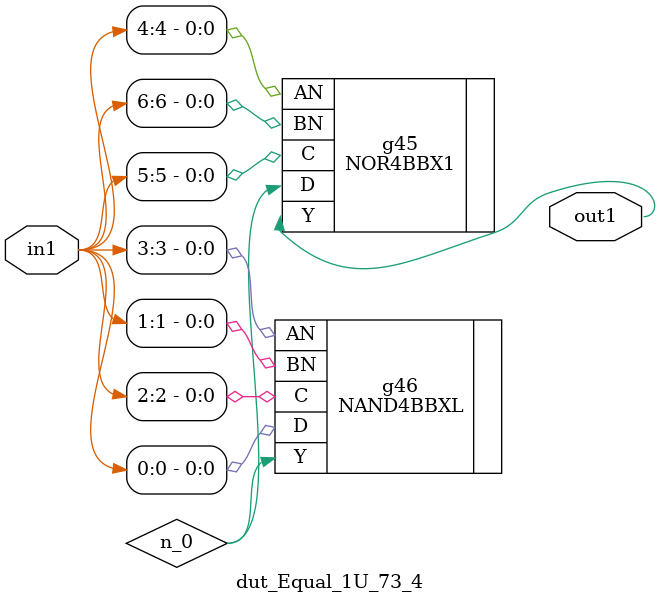
<source format=v>
`timescale 1ps / 1ps


module dut_Equal_1U_73_4(in1, out1);
  input [6:0] in1;
  output out1;
  wire [6:0] in1;
  wire out1;
  wire n_0;
  NOR4BBX1 g45(.AN (in1[4]), .BN (in1[6]), .C (in1[5]), .D (n_0), .Y
       (out1));
  NAND4BBXL g46(.AN (in1[3]), .BN (in1[1]), .C (in1[2]), .D (in1[0]),
       .Y (n_0));
endmodule



</source>
